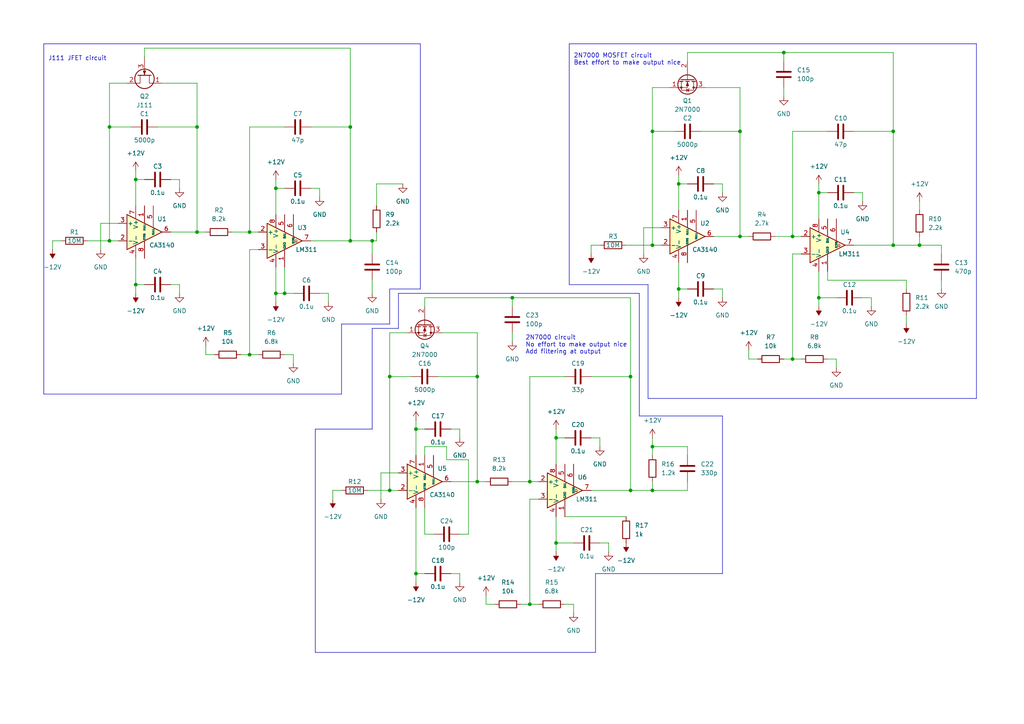
<source format=kicad_sch>
(kicad_sch (version 20230121) (generator eeschema)
  (paper "A4")
  (lib_symbols
    (symbol "Amplifier_Operational:CA3140" (pin_names (offset 0.127))
      (property "Reference" "U" (at 6.35 5.08 0))
      (property "Value" "CA3140" (at 6.35 2.54 0))
      (symbol "CA3140_0_1"
        (polyline (pts (xy -5.08 5.08) (xy 5.08 0) (xy -5.08 -5.08) (xy -5.08 5.08)) (stroke (width 0.254)) (fill (type background)))
      )
      (symbol "CA3140_1_1"
        (pin passive line (at 0 7.62 270) (length 5.08) (name "NULL") (number "1"))
        (pin input line (at -7.62 -2.54 0) (length 2.54) (name "-") (number "2"))
        (pin input line (at -7.62 2.54 0) (length 2.54) (name "+") (number "3"))
        (pin power_in line (at -2.54 -7.62 90) (length 3.81) (name "V-") (number "4"))
        (pin passive line (at 2.54 7.62 270) (length 6.35) (name "NULL") (number "5"))
        (pin output line (at 7.62 0 180) (length 2.54) (name "~") (number "6"))
        (pin power_in line (at -2.54 7.62 270) (length 3.81) (name "V+") (number "7"))
        (pin passive line (at 0 -7.62 90) (length 5.08) (name "STRB") (number "8"))
      )
    )
    (symbol "Comparator:LM311" (pin_names (offset 0.127))
      (property "Reference" "U" (at 3.81 6.35 0))
      (property "Value" "LM311" (at 3.81 3.81 0))
      (symbol "LM311_0_1"
        (polyline (pts (xy 5.08 0) (xy -5.08 5.08) (xy -5.08 -5.08) (xy 5.08 0)) (stroke (width 0.254)) (fill (type background)))
        (polyline (pts (xy 3.683 -0.381) (xy 3.302 -0.381) (xy 3.683 0) (xy 3.302 0.381) (xy 2.921 0) (xy 3.302 -0.381) (xy 2.921 -0.381)) (stroke (width 0.127)))
      )
      (symbol "LM311_1_1"
        (pin passive line (at 0 -7.62 90) (length 5.08) (name "GND") (number "1"))
        (pin input line (at -7.62 2.54 0) (length 2.54) (name "+") (number "2"))
        (pin input line (at -7.62 -2.54 0) (length 2.54) (name "-") (number "3"))
        (pin power_in line (at -2.54 -7.62 90) (length 3.81) (name "V-") (number "4"))
        (pin input line (at 0 7.62 270) (length 5.08) (name "BAL") (number "5"))
        (pin input line (at 2.54 7.62 270) (length 6.35) (name "STRB") (number "6"))
        (pin open_collector line (at 7.62 0 180) (length 2.54) (name "~") (number "7"))
        (pin power_in line (at -2.54 7.62 270) (length 3.81) (name "V+") (number "8"))
      )
    )
    (symbol "Device:C" (pin_numbers hide) (pin_names (offset 0.254))
      (property "Reference" "C" (at 0.635 2.54 0))
      (property "Value" "C" (at 0.635 -2.54 0))
      (symbol "C_0_1"
        (polyline (pts (xy -2.032 -0.762) (xy 2.032 -0.762)) (stroke (width 0.508)))
        (polyline (pts (xy -2.032 0.762) (xy 2.032 0.762)) (stroke (width 0.508)))
      )
      (symbol "C_1_1"
        (pin passive line (at 0 3.81 270) (length 2.794) (name "~") (number "1"))
        (pin passive line (at 0 -3.81 90) (length 2.794) (name "~") (number "2"))
      )
    )
    (symbol "Device:Q_NJFET_DSG" (pin_names (offset 0) hide)
      (property "Reference" "Q" (at 5.08 1.27 0))
      (property "Value" "Q_NJFET_DSG" (at 5.08 -1.27 0))
      (symbol "Q_NJFET_DSG_0_1"
        (polyline (pts (xy 0.254 1.905) (xy 0.254 -1.905) (xy 0.254 -1.905)) (stroke (width 0.254)))
        (polyline (pts (xy 2.54 -2.54) (xy 2.54 -1.27) (xy 0.254 -1.27)))
        (polyline (pts (xy 2.54 2.54) (xy 2.54 1.397) (xy 0.254 1.397)))
        (polyline (pts (xy 0 0) (xy -1.016 0.381) (xy -1.016 -0.381) (xy 0 0)) (fill (type outline)))
        (circle (center 1.27 0) (radius 2.8194) (stroke (width 0.254)))
      )
      (symbol "Q_NJFET_DSG_1_1"
        (pin passive line (at 2.54 5.08 270) (length 2.54) (name "D") (number "1"))
        (pin passive line (at 2.54 -5.08 90) (length 2.54) (name "S") (number "2"))
        (pin input line (at -5.08 0 0) (length 5.334) (name "G") (number "3"))
      )
    )
    (symbol "Device:R" (pin_numbers hide) (pin_names (offset 0))
      (property "Reference" "R" (at 2.032 0 90))
      (property "Value" "R" (at 0 0 90))
      (symbol "R_0_1"
        (rectangle (start -1.016 -2.54) (end 1.016 2.54) (stroke (width 0.254)))
      )
      (symbol "R_1_1"
        (pin passive line (at 0 3.81 270) (length 1.27) (name "~") (number "1"))
        (pin passive line (at 0 -3.81 90) (length 1.27) (name "~") (number "2"))
      )
    )
    (symbol "Transistor_FET:2N7000" (pin_names hide)
      (property "Reference" "Q" (at 5.08 1.905 0))
      (property "Value" "2N7000" (at 5.08 0 0))
      (symbol "2N7000_0_1"
        (polyline (pts (xy 0.254 0) (xy -2.54 0)))
        (polyline (pts (xy 0.254 1.905) (xy 0.254 -1.905)) (stroke (width 0.254)))
        (polyline (pts (xy 0.762 -1.27) (xy 0.762 -2.286)) (stroke (width 0.254)))
        (polyline (pts (xy 0.762 0.508) (xy 0.762 -0.508)) (stroke (width 0.254)))
        (polyline (pts (xy 0.762 2.286) (xy 0.762 1.27)) (stroke (width 0.254)))
        (polyline (pts (xy 2.54 2.54) (xy 2.54 1.778)))
        (polyline (pts (xy 2.54 -2.54) (xy 2.54 0) (xy 0.762 0)))
        (polyline (pts (xy 0.762 -1.778) (xy 3.302 -1.778) (xy 3.302 1.778) (xy 0.762 1.778)))
        (polyline (pts (xy 1.016 0) (xy 2.032 0.381) (xy 2.032 -0.381) (xy 1.016 0)) (fill (type outline)))
        (polyline (pts (xy 2.794 0.508) (xy 2.921 0.381) (xy 3.683 0.381) (xy 3.81 0.254)))
        (polyline (pts (xy 3.302 0.381) (xy 2.921 -0.254) (xy 3.683 -0.254) (xy 3.302 0.381)))
        (circle (center 1.651 0) (radius 2.794) (stroke (width 0.254)))
        (circle (center 2.54 -1.778) (radius 0.254) (fill (type outline)))
        (circle (center 2.54 1.778) (radius 0.254) (fill (type outline)))
      )
      (symbol "2N7000_1_1"
        (pin passive line (at 2.54 -5.08 90) (length 2.54) (name "S") (number "1"))
        (pin input line (at -5.08 0 0) (length 2.54) (name "G") (number "2"))
        (pin passive line (at 2.54 5.08 270) (length 2.54) (name "D") (number "3"))
      )
    )
    (symbol "power:+12V" (power) (pin_names (offset 0))
      (property "Value" "+12V" (at 0 3.556 0))
      (symbol "+12V_0_1"
        (polyline (pts (xy -0.762 1.27) (xy 0 2.54)))
        (polyline (pts (xy 0 0) (xy 0 2.54)))
        (polyline (pts (xy 0 2.54) (xy 0.762 1.27)))
      )
      (symbol "+12V_1_1"
        (pin power_in line (at 0 0 90) (length 0) hide (name "+12V") (number "1"))
      )
    )
    (symbol "power:-12V" (power) (pin_names (offset 0))
      (property "Value" "-12V" (at 0 3.81 0))
      (symbol "-12V_0_0"
        (pin power_in line (at 0 0 90) (length 0) hide (name "-12V") (number "1"))
      )
      (symbol "-12V_0_1"
        (polyline (pts (xy 0 0) (xy 0 1.27) (xy 0.762 1.27) (xy 0 2.54) (xy -0.762 1.27) (xy 0 1.27)) (fill (type outline)))
      )
    )
    (symbol "power:GND" (power) (pin_names (offset 0))
      (property "Value" "GND" (at 0 -3.81 0))
      (symbol "GND_0_1"
        (polyline (pts (xy 0 0) (xy 0 -1.27) (xy 1.27 -1.27) (xy 0 -2.54) (xy -1.27 -1.27) (xy 0 -1.27)))
      )
      (symbol "GND_1_1"
        (pin power_in line (at 0 0 270) (length 0) hide (name "GND") (number "1"))
      )
    )
  )
  (junction (at 57.15 67.31))
  (junction (at 72.39 102.87))
  (junction (at 196.85 53.34))
  (junction (at 214.63 68.58))
  (junction (at 82.55 85.09))
  (junction (at 31.75 36.83))
  (junction (at 101.6 36.83))
  (junction (at 237.49 55.88))
  (junction (at 259.08 38.1))
  (junction (at 39.37 82.55))
  (junction (at 161.29 157.48))
  (junction (at 138.43 109.22))
  (junction (at 31.75 69.85))
  (junction (at 39.37 52.07))
  (junction (at 266.7 71.12))
  (junction (at 80.01 85.09))
  (junction (at 227.33 15.24))
  (junction (at 182.88 109.22))
  (junction (at 237.49 86.36))
  (junction (at 80.01 54.61))
  (junction (at 161.29 127))
  (junction (at 113.03 142.24))
  (junction (at 72.39 67.31))
  (junction (at 57.15 36.83))
  (junction (at 113.03 109.22))
  (junction (at 101.6 69.85))
  (junction (at 107.95 69.85))
  (junction (at 229.87 104.14))
  (junction (at 153.67 175.26))
  (junction (at 120.65 166.37))
  (junction (at 189.23 129.54))
  (junction (at 153.67 139.7))
  (junction (at 138.43 139.7))
  (junction (at 120.65 124.46))
  (junction (at 229.87 68.58))
  (junction (at 189.23 38.1))
  (junction (at 214.63 38.1))
  (junction (at 189.23 142.24))
  (junction (at 259.08 71.12))
  (junction (at 148.59 86.36))
  (junction (at 182.88 142.24))
  (junction (at 196.85 83.82))
  (junction (at 189.23 71.12))
  (wire (pts (xy 199.39 15.24) (xy 227.33 15.24)))
  (wire (pts (xy 92.71 54.61) (xy 90.17 54.61)))
  (wire (pts (xy 189.23 142.24) (xy 199.39 142.24)))
  (wire (pts (xy 259.08 38.1) (xy 259.08 71.12)))
  (wire (pts (xy 92.71 85.09) (xy 95.25 85.09)))
  (polyline (pts (xy 91.44 189.23) (xy 91.44 124.46)))
  (wire (pts (xy 189.23 129.54) (xy 199.39 129.54)))
  (wire (pts (xy 262.89 91.44) (xy 262.89 93.98)))
  (wire (pts (xy 49.53 67.31) (xy 57.15 67.31)))
  (polyline (pts (xy 113.03 93.98) (xy 99.06 93.98)))
  (wire (pts (xy 148.59 86.36) (xy 182.88 86.36)))
  (polyline (pts (xy 115.57 85.09) (xy 124.46 85.09)))
  (wire (pts (xy 240.03 104.14) (xy 242.57 104.14)))
  (wire (pts (xy 38.1 36.83) (xy 31.75 36.83)))
  (wire (pts (xy 189.23 25.4) (xy 189.23 38.1)))
  (wire (pts (xy 39.37 82.55) (xy 41.91 82.55)))
  (wire (pts (xy 229.87 73.66) (xy 232.41 73.66)))
  (wire (pts (xy 96.52 142.24) (xy 96.52 144.78)))
  (wire (pts (xy 133.35 124.46) (xy 130.81 124.46)))
  (wire (pts (xy 113.03 96.52) (xy 113.03 109.22)))
  (wire (pts (xy 82.55 54.61) (xy 80.01 54.61)))
  (wire (pts (xy 266.7 58.42) (xy 266.7 60.96)))
  (wire (pts (xy 227.33 104.14) (xy 229.87 104.14)))
  (wire (pts (xy 217.17 104.14) (xy 219.71 104.14)))
  (wire (pts (xy 173.99 157.48) (xy 176.53 157.48)))
  (wire (pts (xy 31.75 24.13) (xy 31.75 36.83)))
  (wire (pts (xy 95.25 85.09) (xy 95.25 87.63)))
  (wire (pts (xy 85.09 85.09) (xy 82.55 85.09)))
  (wire (pts (xy 82.55 77.47) (xy 82.55 85.09)))
  (wire (pts (xy 69.85 102.87) (xy 72.39 102.87)))
  (polyline (pts (xy 283.21 115.57) (xy 187.96 115.57)))
  (wire (pts (xy 52.07 82.55) (xy 52.07 85.09)))
  (wire (pts (xy 196.85 53.34) (xy 196.85 60.96)))
  (wire (pts (xy 148.59 96.52) (xy 148.59 99.06)))
  (wire (pts (xy 199.39 15.24) (xy 199.39 17.78)))
  (wire (pts (xy 135.89 133.35) (xy 135.89 154.94)))
  (wire (pts (xy 138.43 139.7) (xy 140.97 139.7)))
  (wire (pts (xy 72.39 72.39) (xy 72.39 102.87)))
  (wire (pts (xy 82.55 36.83) (xy 72.39 36.83)))
  (wire (pts (xy 173.99 127) (xy 171.45 127)))
  (wire (pts (xy 199.39 53.34) (xy 196.85 53.34)))
  (polyline (pts (xy 187.96 82.55) (xy 165.1 82.55)))
  (wire (pts (xy 252.73 86.36) (xy 252.73 88.9)))
  (wire (pts (xy 171.45 71.12) (xy 173.99 71.12)))
  (wire (pts (xy 31.75 36.83) (xy 31.75 69.85)))
  (polyline (pts (xy 121.92 83.82) (xy 113.03 83.82)))
  (wire (pts (xy 227.33 15.24) (xy 259.08 15.24)))
  (wire (pts (xy 189.23 127) (xy 189.23 129.54)))
  (polyline (pts (xy 187.96 115.57) (xy 187.96 82.55)))
  (wire (pts (xy 133.35 127) (xy 133.35 124.46)))
  (polyline (pts (xy 165.1 12.7) (xy 283.21 12.7)))
  (wire (pts (xy 46.99 24.13) (xy 57.15 24.13)))
  (polyline (pts (xy 99.06 114.3) (xy 12.7 114.3)))
  (wire (pts (xy 123.19 154.94) (xy 123.19 147.32)))
  (wire (pts (xy 166.37 175.26) (xy 166.37 177.8)))
  (wire (pts (xy 109.22 67.31) (xy 109.22 69.85)))
  (wire (pts (xy 52.07 54.61) (xy 52.07 52.07)))
  (wire (pts (xy 49.53 82.55) (xy 52.07 82.55)))
  (wire (pts (xy 181.61 71.12) (xy 189.23 71.12)))
  (wire (pts (xy 140.97 172.72) (xy 140.97 175.26)))
  (wire (pts (xy 182.88 109.22) (xy 182.88 142.24)))
  (wire (pts (xy 229.87 68.58) (xy 232.41 68.58)))
  (wire (pts (xy 123.19 124.46) (xy 120.65 124.46)))
  (wire (pts (xy 242.57 104.14) (xy 242.57 106.68)))
  (wire (pts (xy 189.23 142.24) (xy 182.88 142.24)))
  (wire (pts (xy 119.38 109.22) (xy 113.03 109.22)))
  (wire (pts (xy 240.03 38.1) (xy 229.87 38.1)))
  (polyline (pts (xy 172.72 189.23) (xy 91.44 189.23)))
  (wire (pts (xy 237.49 78.74) (xy 237.49 86.36)))
  (wire (pts (xy 189.23 129.54) (xy 189.23 132.08)))
  (wire (pts (xy 130.81 139.7) (xy 138.43 139.7)))
  (wire (pts (xy 109.22 69.85) (xy 107.95 69.85)))
  (wire (pts (xy 151.13 175.26) (xy 153.67 175.26)))
  (wire (pts (xy 129.54 133.35) (xy 129.54 129.54)))
  (wire (pts (xy 92.71 57.15) (xy 92.71 54.61)))
  (wire (pts (xy 173.99 129.54) (xy 173.99 127)))
  (wire (pts (xy 250.19 86.36) (xy 252.73 86.36)))
  (wire (pts (xy 101.6 13.97) (xy 101.6 36.83)))
  (wire (pts (xy 189.23 139.7) (xy 189.23 142.24)))
  (wire (pts (xy 85.09 102.87) (xy 85.09 105.41)))
  (polyline (pts (xy 121.92 12.7) (xy 121.92 83.82)))
  (wire (pts (xy 161.29 149.86) (xy 161.29 157.48)))
  (wire (pts (xy 133.35 166.37) (xy 133.35 168.91)))
  (wire (pts (xy 80.01 54.61) (xy 80.01 62.23)))
  (wire (pts (xy 80.01 52.07) (xy 80.01 54.61)))
  (wire (pts (xy 247.65 71.12) (xy 259.08 71.12)))
  (wire (pts (xy 29.21 64.77) (xy 29.21 72.39)))
  (wire (pts (xy 107.95 69.85) (xy 107.95 73.66)))
  (wire (pts (xy 36.83 24.13) (xy 31.75 24.13)))
  (wire (pts (xy 191.77 66.04) (xy 186.69 66.04)))
  (wire (pts (xy 80.01 85.09) (xy 82.55 85.09)))
  (wire (pts (xy 194.31 25.4) (xy 189.23 25.4)))
  (wire (pts (xy 113.03 109.22) (xy 113.03 142.24)))
  (wire (pts (xy 123.19 86.36) (xy 123.19 88.9)))
  (wire (pts (xy 196.85 50.8) (xy 196.85 53.34)))
  (wire (pts (xy 240.03 55.88) (xy 237.49 55.88)))
  (wire (pts (xy 138.43 109.22) (xy 127 109.22)))
  (wire (pts (xy 153.67 109.22) (xy 153.67 139.7)))
  (wire (pts (xy 74.93 102.87) (xy 72.39 102.87)))
  (wire (pts (xy 57.15 36.83) (xy 57.15 67.31)))
  (wire (pts (xy 101.6 36.83) (xy 101.6 69.85)))
  (wire (pts (xy 195.58 38.1) (xy 189.23 38.1)))
  (polyline (pts (xy 107.95 124.46) (xy 107.95 95.25)))
  (wire (pts (xy 148.59 88.9) (xy 148.59 86.36)))
  (wire (pts (xy 72.39 36.83) (xy 72.39 67.31)))
  (wire (pts (xy 266.7 68.58) (xy 266.7 71.12)))
  (wire (pts (xy 138.43 96.52) (xy 138.43 109.22)))
  (wire (pts (xy 214.63 68.58) (xy 214.63 38.1)))
  (wire (pts (xy 207.01 68.58) (xy 214.63 68.58)))
  (wire (pts (xy 196.85 83.82) (xy 196.85 86.36)))
  (polyline (pts (xy 209.55 166.37) (xy 172.72 166.37)))
  (wire (pts (xy 273.05 71.12) (xy 273.05 73.66)))
  (wire (pts (xy 72.39 67.31) (xy 74.93 67.31)))
  (polyline (pts (xy 283.21 12.7) (xy 283.21 115.57)))
  (wire (pts (xy 214.63 25.4) (xy 214.63 38.1)))
  (wire (pts (xy 133.35 154.94) (xy 135.89 154.94)))
  (wire (pts (xy 196.85 76.2) (xy 196.85 83.82)))
  (wire (pts (xy 229.87 38.1) (xy 229.87 68.58)))
  (wire (pts (xy 237.49 86.36) (xy 237.49 88.9)))
  (wire (pts (xy 259.08 15.24) (xy 259.08 38.1)))
  (wire (pts (xy 232.41 104.14) (xy 229.87 104.14)))
  (wire (pts (xy 171.45 142.24) (xy 182.88 142.24)))
  (wire (pts (xy 207.01 83.82) (xy 209.55 83.82)))
  (polyline (pts (xy 12.7 12.7) (xy 12.7 114.3)))
  (wire (pts (xy 107.95 81.28) (xy 107.95 85.09)))
  (wire (pts (xy 153.67 139.7) (xy 156.21 139.7)))
  (polyline (pts (xy 185.42 85.09) (xy 185.42 120.65)))
  (wire (pts (xy 80.01 85.09) (xy 80.01 87.63)))
  (wire (pts (xy 176.53 157.48) (xy 176.53 160.02)))
  (wire (pts (xy 59.69 102.87) (xy 62.23 102.87)))
  (wire (pts (xy 109.22 53.34) (xy 109.22 59.69)))
  (wire (pts (xy 148.59 139.7) (xy 153.67 139.7)))
  (wire (pts (xy 273.05 71.12) (xy 266.7 71.12)))
  (wire (pts (xy 161.29 127) (xy 161.29 134.62)))
  (wire (pts (xy 59.69 100.33) (xy 59.69 102.87)))
  (wire (pts (xy 116.84 53.34) (xy 109.22 53.34)))
  (wire (pts (xy 120.65 124.46) (xy 120.65 132.08)))
  (wire (pts (xy 113.03 142.24) (xy 115.57 142.24)))
  (wire (pts (xy 57.15 24.13) (xy 57.15 36.83)))
  (wire (pts (xy 163.83 127) (xy 161.29 127)))
  (wire (pts (xy 39.37 49.53) (xy 39.37 52.07)))
  (wire (pts (xy 156.21 144.78) (xy 153.67 144.78)))
  (wire (pts (xy 123.19 86.36) (xy 148.59 86.36)))
  (wire (pts (xy 123.19 129.54) (xy 123.19 132.08)))
  (wire (pts (xy 120.65 166.37) (xy 123.19 166.37)))
  (wire (pts (xy 41.91 52.07) (xy 39.37 52.07)))
  (wire (pts (xy 25.4 69.85) (xy 31.75 69.85)))
  (wire (pts (xy 161.29 124.46) (xy 161.29 127)))
  (wire (pts (xy 189.23 38.1) (xy 189.23 71.12)))
  (wire (pts (xy 128.27 96.52) (xy 138.43 96.52)))
  (wire (pts (xy 214.63 38.1) (xy 203.2 38.1)))
  (wire (pts (xy 110.49 137.16) (xy 110.49 144.78)))
  (wire (pts (xy 138.43 109.22) (xy 138.43 139.7)))
  (wire (pts (xy 209.55 83.82) (xy 209.55 86.36)))
  (wire (pts (xy 237.49 86.36) (xy 242.57 86.36)))
  (wire (pts (xy 273.05 81.28) (xy 273.05 83.82)))
  (wire (pts (xy 57.15 67.31) (xy 59.69 67.31)))
  (polyline (pts (xy 113.03 83.82) (xy 113.03 93.98)))
  (polyline (pts (xy 172.72 166.37) (xy 172.72 189.23)))
  (wire (pts (xy 199.39 132.08) (xy 199.39 129.54)))
  (wire (pts (xy 80.01 77.47) (xy 80.01 85.09)))
  (wire (pts (xy 227.33 17.78) (xy 227.33 15.24)))
  (wire (pts (xy 163.83 149.86) (xy 181.61 149.86)))
  (wire (pts (xy 39.37 52.07) (xy 39.37 59.69)))
  (wire (pts (xy 250.19 58.42) (xy 250.19 55.88)))
  (wire (pts (xy 31.75 69.85) (xy 34.29 69.85)))
  (wire (pts (xy 125.73 154.94) (xy 123.19 154.94)))
  (wire (pts (xy 262.89 81.28) (xy 262.89 83.82)))
  (wire (pts (xy 41.91 13.97) (xy 41.91 16.51)))
  (wire (pts (xy 161.29 157.48) (xy 161.29 160.02)))
  (wire (pts (xy 171.45 71.12) (xy 171.45 73.66)))
  (wire (pts (xy 227.33 25.4) (xy 227.33 27.94)))
  (polyline (pts (xy 209.55 120.65) (xy 209.55 166.37)))
  (wire (pts (xy 199.39 142.24) (xy 199.39 139.7)))
  (wire (pts (xy 34.29 64.77) (xy 29.21 64.77)))
  (wire (pts (xy 115.57 137.16) (xy 110.49 137.16)))
  (wire (pts (xy 229.87 73.66) (xy 229.87 104.14)))
  (wire (pts (xy 237.49 53.34) (xy 237.49 55.88)))
  (wire (pts (xy 130.81 166.37) (xy 133.35 166.37)))
  (wire (pts (xy 15.24 69.85) (xy 15.24 72.39)))
  (wire (pts (xy 153.67 144.78) (xy 153.67 175.26)))
  (polyline (pts (xy 12.7 12.7) (xy 121.92 12.7)))
  (wire (pts (xy 15.24 69.85) (xy 17.78 69.85)))
  (polyline (pts (xy 185.42 120.65) (xy 209.55 120.65)))
  (wire (pts (xy 140.97 175.26) (xy 143.51 175.26)))
  (wire (pts (xy 186.69 66.04) (xy 186.69 73.66)))
  (wire (pts (xy 161.29 157.48) (xy 166.37 157.48)))
  (wire (pts (xy 240.03 81.28) (xy 262.89 81.28)))
  (wire (pts (xy 240.03 78.74) (xy 240.03 81.28)))
  (wire (pts (xy 129.54 129.54) (xy 123.19 129.54)))
  (wire (pts (xy 163.83 175.26) (xy 166.37 175.26)))
  (wire (pts (xy 156.21 175.26) (xy 153.67 175.26)))
  (wire (pts (xy 107.95 69.85) (xy 101.6 69.85)))
  (polyline (pts (xy 91.44 124.46) (xy 107.95 124.46)))
  (polyline (pts (xy 107.95 95.25) (xy 115.57 95.25)))
  (wire (pts (xy 247.65 38.1) (xy 259.08 38.1)))
  (wire (pts (xy 189.23 71.12) (xy 191.77 71.12)))
  (wire (pts (xy 90.17 36.83) (xy 101.6 36.83)))
  (polyline (pts (xy 99.06 93.98) (xy 99.06 114.3)))
  (polyline (pts (xy 124.46 85.09) (xy 185.42 85.09)))
  (wire (pts (xy 214.63 68.58) (xy 217.17 68.58)))
  (wire (pts (xy 67.31 67.31) (xy 72.39 67.31)))
  (wire (pts (xy 182.88 86.36) (xy 182.88 109.22)))
  (wire (pts (xy 224.79 68.58) (xy 229.87 68.58)))
  (wire (pts (xy 39.37 82.55) (xy 39.37 85.09)))
  (wire (pts (xy 96.52 142.24) (xy 99.06 142.24)))
  (wire (pts (xy 120.65 121.92) (xy 120.65 124.46)))
  (wire (pts (xy 118.11 96.52) (xy 113.03 96.52)))
  (polyline (pts (xy 115.57 95.25) (xy 115.57 85.09)))
  (wire (pts (xy 266.7 71.12) (xy 259.08 71.12)))
  (wire (pts (xy 163.83 109.22) (xy 153.67 109.22)))
  (wire (pts (xy 209.55 55.88) (xy 209.55 53.34)))
  (wire (pts (xy 171.45 109.22) (xy 182.88 109.22)))
  (wire (pts (xy 39.37 74.93) (xy 39.37 82.55)))
  (wire (pts (xy 217.17 101.6) (xy 217.17 104.14)))
  (wire (pts (xy 135.89 133.35) (xy 129.54 133.35)))
  (wire (pts (xy 52.07 52.07) (xy 49.53 52.07)))
  (wire (pts (xy 82.55 102.87) (xy 85.09 102.87)))
  (wire (pts (xy 41.91 13.97) (xy 101.6 13.97)))
  (wire (pts (xy 237.49 55.88) (xy 237.49 63.5)))
  (wire (pts (xy 209.55 53.34) (xy 207.01 53.34)))
  (wire (pts (xy 74.93 72.39) (xy 72.39 72.39)))
  (polyline (pts (xy 165.1 12.7) (xy 165.1 82.55)))
  (wire (pts (xy 196.85 83.82) (xy 199.39 83.82)))
  (wire (pts (xy 57.15 36.83) (xy 45.72 36.83)))
  (wire (pts (xy 120.65 166.37) (xy 120.65 168.91)))
  (wire (pts (xy 90.17 69.85) (xy 101.6 69.85)))
  (wire (pts (xy 120.65 147.32) (xy 120.65 166.37)))
  (wire (pts (xy 250.19 55.88) (xy 247.65 55.88)))
  (wire (pts (xy 204.47 25.4) (xy 214.63 25.4)))
  (wire (pts (xy 106.68 142.24) (xy 113.03 142.24)))
  (text "2N7000 MOSFET circuit\nBest effort to make output nice" (at 166.37 19.05 0) (effects (font (size 1.27 1.27)) (justify left bottom)))
  (text "2N7000 circuit\nNo effort to make output nice\nAdd filtering at output" (at 152.4 102.87 0) (effects (font (size 1.27 1.27)) (justify left bottom)))
  (text "J111 JFET circuit" (at 13.97 17.78 0) (effects (font (size 1.27 1.27)) (justify left bottom)))
  (symbol (lib_id "Transistor_FET:2N7000") (at 199.39 22.86 270) (unit 1)
    (property "Reference" "Q1" (at 199.39 29.21 90))
    (property "Value" "2N7000" (at 199.39 31.75 90))
    (property "Footprint" "Package_TO_SOT_THT:TO-92_Inline" (effects hide))
    (property "Datasheet" "https://www.vishay.com/docs/70226/70226.pdf" (effects hide))
  )
  (symbol (lib_id "Device:C") (at 129.54 154.94 90) (unit 1)
    (property "Reference" "C24" (at 129.54 151.13 90))
    (property "Value" "100p" (at 129.54 158.75 90))
  )
  (symbol (lib_id "power:GND") (at 186.69 73.66 0) (unit 1)
    (property "Reference" "#PWR012" (effects hide))
    (property "Value" "GND" (at 186.69 78.74 0))
  )
  (symbol (lib_id "power:-12V") (at 181.61 157.48 180) (unit 1)
    (property "Reference" "#PWR045" (effects hide))
    (property "Value" "-12V" (at 181.61 162.56 0))
  )
  (symbol (lib_id "Device:R") (at 109.22 63.5 0) (unit 1)
    (property "Reference" "R9" (at 111.76 62.23 0) (effects (justify left)))
    (property "Value" "2.2k" (at 111.76 64.77 0) (effects (justify left)))
  )
  (symbol (lib_id "power:GND") (at 148.59 99.06 0) (unit 1)
    (property "Reference" "#PWR046" (effects hide))
    (property "Value" "GND" (at 148.59 104.14 0))
  )
  (symbol (lib_id "Device:C") (at 88.9 85.09 90) (unit 1)
    (property "Reference" "C6" (at 88.9 81.28 90))
    (property "Value" "0.1u" (at 88.9 88.9 90))
  )
  (symbol (lib_id "power:-12V") (at 96.52 144.78 180) (unit 1)
    (property "Reference" "#PWR031" (effects hide))
    (property "Value" "-12V" (at 96.52 149.86 0))
  )
  (symbol (lib_id "Device:R") (at 78.74 102.87 90) (unit 1)
    (property "Reference" "R6" (at 78.74 96.52 90))
    (property "Value" "6.8k" (at 78.74 99.06 90))
  )
  (symbol (lib_id "Device:C") (at 123.19 109.22 90) (unit 1)
    (property "Reference" "C16" (at 123.19 105.41 90))
    (property "Value" "5000p" (at 123.19 113.03 90))
  )
  (symbol (lib_id "Device:Q_NJFET_DSG") (at 41.91 21.59 270) (unit 1)
    (property "Reference" "Q2" (at 41.91 27.94 90))
    (property "Value" "J111" (at 41.91 30.48 90))
  )
  (symbol (lib_id "power:-12V") (at 262.89 93.98 180) (unit 1)
    (property "Reference" "#PWR027" (effects hide))
    (property "Value" "-12V" (at 262.89 99.06 0))
  )
  (symbol (lib_id "power:-12V") (at 15.24 72.39 180) (unit 1)
    (property "Reference" "#PWR06" (effects hide))
    (property "Value" "-12V" (at 15.24 77.47 0))
  )
  (symbol (lib_id "power:GND") (at 173.99 129.54 0) (unit 1)
    (property "Reference" "#PWR041" (effects hide))
    (property "Value" "GND" (at 173.99 134.62 0))
  )
  (symbol (lib_id "power:+12V") (at 266.7 58.42 0) (unit 1)
    (property "Reference" "#PWR026" (effects hide))
    (property "Value" "+12V" (at 266.7 53.34 0))
  )
  (symbol (lib_id "Device:R") (at 181.61 153.67 0) (unit 1)
    (property "Reference" "R17" (at 184.15 152.4 0) (effects (justify left)))
    (property "Value" "1k" (at 184.15 154.94 0) (effects (justify left)))
  )
  (symbol (lib_id "Device:R") (at 177.8 71.12 90) (unit 1)
    (property "Reference" "R3" (at 177.8 68.58 90))
    (property "Value" "10M" (at 177.8 71.12 90))
  )
  (symbol (lib_id "Comparator:LM311") (at 163.83 142.24 0) (unit 1)
    (property "Reference" "U6" (at 168.91 138.43 0))
    (property "Value" "LM311" (at 170.18 144.78 0))
    (property "Datasheet" "https://www.st.com/resource/en/datasheet/lm311.pdf" (effects hide))
  )
  (symbol (lib_id "Device:R") (at 262.89 87.63 0) (unit 1)
    (property "Reference" "R11" (at 265.43 86.36 0) (effects (justify left)))
    (property "Value" "2.2k" (at 265.43 88.9 0) (effects (justify left)))
  )
  (symbol (lib_id "power:GND") (at 273.05 83.82 0) (unit 1)
    (property "Reference" "#PWR028" (effects hide))
    (property "Value" "GND" (at 273.05 88.9 0))
  )
  (symbol (lib_id "Device:C") (at 86.36 54.61 90) (unit 1)
    (property "Reference" "C5" (at 86.36 50.8 90))
    (property "Value" "0.1u" (at 86.36 58.42 90))
  )
  (symbol (lib_id "power:GND") (at 95.25 87.63 0) (unit 1)
    (property "Reference" "#PWR010" (effects hide))
    (property "Value" "GND" (at 95.25 92.71 0))
  )
  (symbol (lib_id "power:GND") (at 227.33 27.94 0) (unit 1)
    (property "Reference" "#PWR030" (effects hide))
    (property "Value" "GND" (at 227.33 33.02 0))
  )
  (symbol (lib_id "power:+12V") (at 237.49 53.34 0) (unit 1)
    (property "Reference" "#PWR017" (effects hide))
    (property "Value" "+12V" (at 237.49 48.26 0))
  )
  (symbol (lib_id "Device:C") (at 170.18 157.48 90) (unit 1)
    (property "Reference" "C21" (at 170.18 153.67 90))
    (property "Value" "0.1u" (at 170.18 161.29 90))
  )
  (symbol (lib_id "Device:R") (at 63.5 67.31 90) (unit 1)
    (property "Reference" "R2" (at 63.5 60.96 90))
    (property "Value" "8.2k" (at 63.5 63.5 90))
  )
  (symbol (lib_id "power:GND") (at 242.57 106.68 0) (unit 1)
    (property "Reference" "#PWR024" (effects hide))
    (property "Value" "GND" (at 242.57 111.76 0))
  )
  (symbol (lib_id "Device:C") (at 107.95 77.47 0) (unit 1)
    (property "Reference" "C14" (at 111.76 76.2 0) (effects (justify left)))
    (property "Value" "100p" (at 111.76 78.74 0) (effects (justify left)))
  )
  (symbol (lib_id "Comparator:LM311") (at 240.03 71.12 0) (unit 1)
    (property "Reference" "U4" (at 245.11 67.31 0))
    (property "Value" "LM311" (at 246.38 73.66 0))
    (property "Datasheet" "https://www.st.com/resource/en/datasheet/lm311.pdf" (effects hide))
  )
  (symbol (lib_id "power:+12V") (at 39.37 49.53 0) (unit 1)
    (property "Reference" "#PWR01" (effects hide))
    (property "Value" "+12V" (at 39.37 44.45 0))
  )
  (symbol (lib_id "Device:C") (at 127 166.37 90) (unit 1)
    (property "Reference" "C18" (at 127 162.56 90))
    (property "Value" "0.1u" (at 127 170.18 90))
  )
  (symbol (lib_id "power:-12V") (at 196.85 86.36 180) (unit 1)
    (property "Reference" "#PWR014" (effects hide))
    (property "Value" "-12V" (at 196.85 91.44 0))
  )
  (symbol (lib_id "Device:R") (at 160.02 175.26 90) (unit 1)
    (property "Reference" "R15" (at 160.02 168.91 90))
    (property "Value" "6.8k" (at 160.02 171.45 90))
  )
  (symbol (lib_id "power:GND") (at 250.19 58.42 0) (unit 1)
    (property "Reference" "#PWR019" (effects hide))
    (property "Value" "GND" (at 250.19 63.5 0))
  )
  (symbol (lib_id "Device:C") (at 86.36 36.83 90) (unit 1)
    (property "Reference" "C7" (at 86.36 33.02 90))
    (property "Value" "47p" (at 86.36 40.64 90))
  )
  (symbol (lib_id "power:+12V") (at 80.01 52.07 0) (unit 1)
    (property "Reference" "#PWR07" (effects hide))
    (property "Value" "+12V" (at 80.01 46.99 0))
  )
  (symbol (lib_id "Device:C") (at 199.39 38.1 90) (unit 1)
    (property "Reference" "C2" (at 199.39 34.29 90))
    (property "Value" "5000p" (at 199.39 41.91 90))
  )
  (symbol (lib_id "Device:R") (at 147.32 175.26 90) (unit 1)
    (property "Reference" "R14" (at 147.32 168.91 90))
    (property "Value" "10k" (at 147.32 171.45 90))
  )
  (symbol (lib_id "power:+12V") (at 189.23 127 0) (unit 1)
    (property "Reference" "#PWR044" (effects hide))
    (property "Value" "+12V" (at 189.23 121.92 0))
  )
  (symbol (lib_id "power:+12V") (at 59.69 100.33 0) (unit 1)
    (property "Reference" "#PWR021" (effects hide))
    (property "Value" "+12V" (at 59.69 95.25 0))
  )
  (symbol (lib_id "power:GND") (at 29.21 72.39 0) (unit 1)
    (property "Reference" "#PWR05" (effects hide))
    (property "Value" "GND" (at 29.21 77.47 0))
  )
  (symbol (lib_id "Device:R") (at 189.23 135.89 0) (unit 1)
    (property "Reference" "R16" (at 191.77 134.62 0) (effects (justify left)))
    (property "Value" "1.2k" (at 191.77 137.16 0) (effects (justify left)))
  )
  (symbol (lib_id "Comparator:LM311") (at 82.55 69.85 0) (unit 1)
    (property "Reference" "U3" (at 87.63 66.04 0))
    (property "Value" "LM311" (at 88.9 72.39 0))
    (property "Datasheet" "https://www.st.com/resource/en/datasheet/lm311.pdf" (effects hide))
  )
  (symbol (lib_id "power:GND") (at 85.09 105.41 0) (unit 1)
    (property "Reference" "#PWR022" (effects hide))
    (property "Value" "GND" (at 85.09 110.49 0))
  )
  (symbol (lib_id "power:GND") (at 116.84 53.34 0) (unit 1)
    (property "Reference" "#PWR025" (effects hide))
    (property "Value" "GND" (at 116.84 58.42 0))
  )
  (symbol (lib_id "Device:C") (at 167.64 109.22 90) (unit 1)
    (property "Reference" "C19" (at 167.64 105.41 90))
    (property "Value" "33p" (at 167.64 113.03 90))
  )
  (symbol (lib_id "Device:C") (at 243.84 38.1 90) (unit 1)
    (property "Reference" "C10" (at 243.84 34.29 90))
    (property "Value" "47p" (at 243.84 41.91 90))
  )
  (symbol (lib_id "Device:R") (at 102.87 142.24 90) (unit 1)
    (property "Reference" "R12" (at 102.87 139.7 90))
    (property "Value" "10M" (at 102.87 142.24 90))
  )
  (symbol (lib_id "power:GND") (at 92.71 57.15 0) (unit 1)
    (property "Reference" "#PWR08" (effects hide))
    (property "Value" "GND" (at 92.71 62.23 0))
  )
  (symbol (lib_id "power:GND") (at 110.49 144.78 0) (unit 1)
    (property "Reference" "#PWR032" (effects hide))
    (property "Value" "GND" (at 110.49 149.86 0))
  )
  (symbol (lib_id "Device:C") (at 41.91 36.83 90) (unit 1)
    (property "Reference" "C1" (at 41.91 33.02 90))
    (property "Value" "5000p" (at 41.91 40.64 90))
  )
  (symbol (lib_id "power:+12V") (at 120.65 121.92 0) (unit 1)
    (property "Reference" "#PWR033" (effects hide))
    (property "Value" "+12V" (at 120.65 116.84 0))
  )
  (symbol (lib_id "Amplifier_Operational:CA3140") (at 41.91 67.31 0) (unit 1)
    (property "Reference" "U1" (at 46.99 63.5 0))
    (property "Value" "CA3140" (at 46.99 71.12 0))
    (property "Datasheet" "http://www.intersil.com/content/dam/intersil/documents/ca31/ca3140-a.pdf" (effects hide))
  )
  (symbol (lib_id "Device:C") (at 243.84 55.88 90) (unit 1)
    (property "Reference" "C11" (at 243.84 52.07 90))
    (property "Value" "0.1u" (at 243.84 59.69 90))
  )
  (symbol (lib_id "power:+12V") (at 161.29 124.46 0) (unit 1)
    (property "Reference" "#PWR038" (effects hide))
    (property "Value" "+12V" (at 161.29 119.38 0))
  )
  (symbol (lib_id "Device:C") (at 273.05 77.47 0) (unit 1)
    (property "Reference" "C13" (at 276.86 76.2 0) (effects (justify left)))
    (property "Value" "470p" (at 276.86 78.74 0) (effects (justify left)))
  )
  (symbol (lib_id "power:+12V") (at 140.97 172.72 0) (unit 1)
    (property "Reference" "#PWR037" (effects hide))
    (property "Value" "+12V" (at 140.97 167.64 0))
  )
  (symbol (lib_id "power:GND") (at 209.55 86.36 0) (unit 1)
    (property "Reference" "#PWR016" (effects hide))
    (property "Value" "GND" (at 209.55 91.44 0))
  )
  (symbol (lib_id "Device:C") (at 127 124.46 90) (unit 1)
    (property "Reference" "C17" (at 127 120.65 90))
    (property "Value" "0.1u" (at 127 128.27 90))
  )
  (symbol (lib_id "power:-12V") (at 161.29 160.02 180) (unit 1)
    (property "Reference" "#PWR039" (effects hide))
    (property "Value" "-12V" (at 161.29 165.1 0))
  )
  (symbol (lib_id "power:-12V") (at 39.37 85.09 180) (unit 1)
    (property "Reference" "#PWR04" (effects hide))
    (property "Value" "-12V" (at 39.37 90.17 0))
  )
  (symbol (lib_id "Device:C") (at 148.59 92.71 0) (unit 1)
    (property "Reference" "C23" (at 152.4 91.44 0) (effects (justify left)))
    (property "Value" "100p" (at 152.4 93.98 0) (effects (justify left)))
  )
  (symbol (lib_id "Device:C") (at 246.38 86.36 90) (unit 1)
    (property "Reference" "C12" (at 246.38 82.55 90))
    (property "Value" "0.1u" (at 246.38 90.17 90))
  )
  (symbol (lib_id "power:GND") (at 252.73 88.9 0) (unit 1)
    (property "Reference" "#PWR020" (effects hide))
    (property "Value" "GND" (at 252.73 93.98 0))
  )
  (symbol (lib_id "Amplifier_Operational:CA3140") (at 123.19 139.7 0) (unit 1)
    (property "Reference" "U5" (at 128.27 135.89 0))
    (property "Value" "CA3140" (at 128.27 143.51 0))
    (property "Datasheet" "http://www.intersil.com/content/dam/intersil/documents/ca31/ca3140-a.pdf" (effects hide))
  )
  (symbol (lib_id "Device:R") (at 266.7 64.77 0) (unit 1)
    (property "Reference" "R10" (at 269.24 63.5 0) (effects (justify left)))
    (property "Value" "2.2k" (at 269.24 66.04 0) (effects (justify left)))
  )
  (symbol (lib_id "Device:C") (at 227.33 21.59 0) (unit 1)
    (property "Reference" "C15" (at 231.14 20.32 0) (effects (justify left)))
    (property "Value" "100p" (at 231.14 22.86 0) (effects (justify left)))
  )
  (symbol (lib_id "Device:R") (at 144.78 139.7 90) (unit 1)
    (property "Reference" "R13" (at 144.78 133.35 90))
    (property "Value" "8.2k" (at 144.78 135.89 90))
  )
  (symbol (lib_id "power:-12V") (at 120.65 168.91 180) (unit 1)
    (property "Reference" "#PWR034" (effects hide))
    (property "Value" "-12V" (at 120.65 173.99 0))
  )
  (symbol (lib_id "Device:C") (at 167.64 127 90) (unit 1)
    (property "Reference" "C20" (at 167.64 123.19 90))
    (property "Value" "0.1u" (at 167.64 130.81 90))
  )
  (symbol (lib_id "Device:C") (at 203.2 53.34 90) (unit 1)
    (property "Reference" "C8" (at 203.2 49.53 90))
    (property "Value" "0.1u" (at 203.2 57.15 90))
  )
  (symbol (lib_id "Transistor_FET:2N7000") (at 123.19 93.98 270) (unit 1)
    (property "Reference" "Q4" (at 123.19 100.33 90))
    (property "Value" "2N7000" (at 123.19 102.87 90))
    (property "Footprint" "Package_TO_SOT_THT:TO-92_Inline" (effects hide))
    (property "Datasheet" "https://www.vishay.com/docs/70226/70226.pdf" (effects hide))
  )
  (symbol (lib_id "power:GND") (at 176.53 160.02 0) (unit 1)
    (property "Reference" "#PWR042" (effects hide))
    (property "Value" "GND" (at 176.53 165.1 0))
  )
  (symbol (lib_id "Device:C") (at 45.72 52.07 90) (unit 1)
    (property "Reference" "C3" (at 45.72 48.26 90))
    (property "Value" "0.1u" (at 45.72 55.88 90))
  )
  (symbol (lib_id "Device:R") (at 220.98 68.58 90) (unit 1)
    (property "Reference" "R4" (at 220.98 62.23 90))
    (property "Value" "2.7k" (at 220.98 64.77 90))
  )
  (symbol (lib_id "power:GND") (at 107.95 85.09 0) (unit 1)
    (property "Reference" "#PWR029" (effects hide))
    (property "Value" "GND" (at 107.95 90.17 0))
  )
  (symbol (lib_id "power:+12V") (at 217.17 101.6 0) (unit 1)
    (property "Reference" "#PWR023" (effects hide))
    (property "Value" "+12V" (at 217.17 96.52 0))
  )
  (symbol (lib_id "Device:C") (at 45.72 82.55 90) (unit 1)
    (property "Reference" "C4" (at 45.72 78.74 90))
    (property "Value" "0.1u" (at 45.72 86.36 90))
  )
  (symbol (lib_id "Amplifier_Operational:CA3140") (at 199.39 68.58 0) (unit 1)
    (property "Reference" "U2" (at 204.47 64.77 0))
    (property "Value" "CA3140" (at 204.47 72.39 0))
    (property "Datasheet" "http://www.intersil.com/content/dam/intersil/documents/ca31/ca3140-a.pdf" (effects hide))
  )
  (symbol (lib_id "power:GND") (at 209.55 55.88 0) (unit 1)
    (property "Reference" "#PWR015" (effects hide))
    (property "Value" "GND" (at 209.55 60.96 0))
  )
  (symbol (lib_id "power:GND") (at 133.35 168.91 0) (unit 1)
    (property "Reference" "#PWR036" (effects hide))
    (property "Value" "GND" (at 133.35 173.99 0))
  )
  (symbol (lib_id "power:+12V") (at 196.85 50.8 0) (unit 1)
    (property "Reference" "#PWR013" (effects hide))
    (property "Value" "+12V" (at 196.85 45.72 0))
  )
  (symbol (lib_id "power:-12V") (at 171.45 73.66 180) (unit 1)
    (property "Reference" "#PWR011" (effects hide))
    (property "Value" "-12V" (at 171.45 78.74 0))
  )
  (symbol (lib_id "Device:R") (at 66.04 102.87 90) (unit 1)
    (property "Reference" "R5" (at 66.04 96.52 90))
    (property "Value" "10k" (at 66.04 99.06 90))
  )
  (symbol (lib_id "power:-12V") (at 237.49 88.9 180) (unit 1)
    (property "Reference" "#PWR018" (effects hide))
    (property "Value" "-12V" (at 237.49 93.98 0))
  )
  (symbol (lib_id "Device:R") (at 21.59 69.85 90) (unit 1)
    (property "Reference" "R1" (at 21.59 67.31 90))
    (property "Value" "10M" (at 21.59 69.85 90))
  )
  (symbol (lib_id "Device:R") (at 236.22 104.14 90) (unit 1)
    (property "Reference" "R8" (at 236.22 97.79 90))
    (property "Value" "6.8k" (at 236.22 100.33 90))
  )
  (symbol (lib_id "power:GND") (at 52.07 85.09 0) (unit 1)
    (property "Reference" "#PWR03" (effects hide))
    (property "Value" "GND" (at 52.07 90.17 0))
  )
  (symbol (lib_id "Device:R") (at 223.52 104.14 90) (unit 1)
    (property "Reference" "R7" (at 223.52 97.79 90))
    (property "Value" "10k" (at 223.52 100.33 90))
  )
  (symbol (lib_id "Device:C") (at 203.2 83.82 90) (unit 1)
    (property "Reference" "C9" (at 203.2 80.01 90))
    (property "Value" "0.1u" (at 203.2 87.63 90))
  )
  (symbol (lib_id "power:GND") (at 166.37 177.8 0) (unit 1)
    (property "Reference" "#PWR040" (effects hide))
    (property "Value" "GND" (at 166.37 182.88 0))
  )
  (symbol (lib_id "power:-12V") (at 80.01 87.63 180) (unit 1)
    (property "Reference" "#PWR09" (effects hide))
    (property "Value" "-12V" (at 80.01 92.71 0))
  )
  (symbol (lib_id "power:GND") (at 133.35 127 0) (unit 1)
    (property "Reference" "#PWR035" (effects hide))
    (property "Value" "GND" (at 133.35 132.08 0))
  )
  (symbol (lib_id "Device:C") (at 199.39 135.89 0) (unit 1)
    (property "Reference" "C22" (at 203.2 134.62 0) (effects (justify left)))
    (property "Value" "330p" (at 203.2 137.16 0) (effects (justify left)))
  )
  (symbol (lib_id "power:GND") (at 52.07 54.61 0) (unit 1)
    (property "Reference" "#PWR02" (effects hide))
    (property "Value" "GND" (at 52.07 59.69 0))
  )
)
</source>
